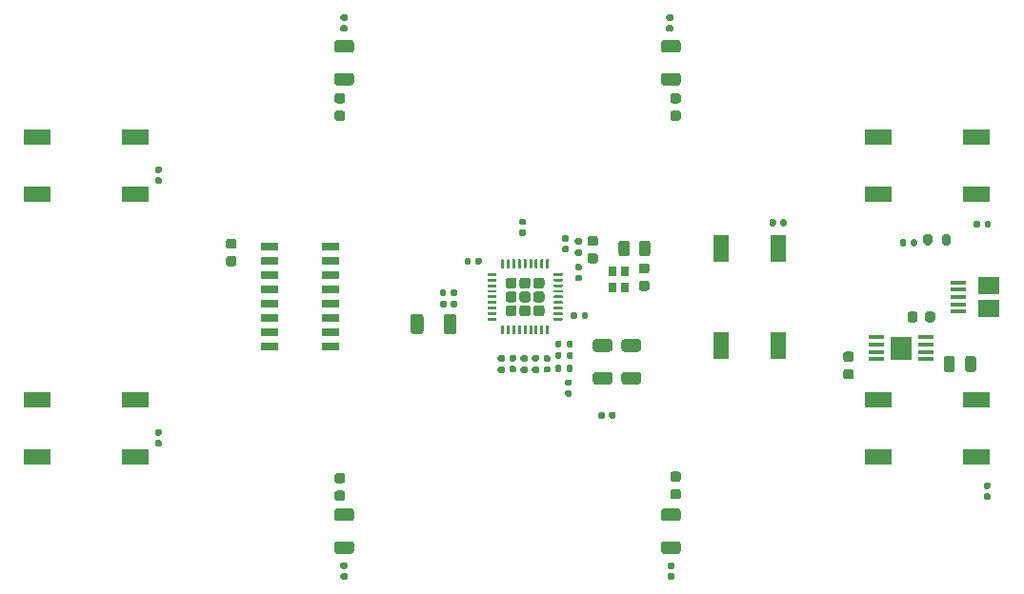
<source format=gbr>
G04 #@! TF.GenerationSoftware,KiCad,Pcbnew,(5.1.10)-1*
G04 #@! TF.CreationDate,2021-06-23T14:01:49+02:00*
G04 #@! TF.ProjectId,sh_control,73685f63-6f6e-4747-926f-6c2e6b696361,3.2*
G04 #@! TF.SameCoordinates,Original*
G04 #@! TF.FileFunction,Paste,Top*
G04 #@! TF.FilePolarity,Positive*
%FSLAX46Y46*%
G04 Gerber Fmt 4.6, Leading zero omitted, Abs format (unit mm)*
G04 Created by KiCad (PCBNEW (5.1.10)-1) date 2021-06-23 14:01:49*
%MOMM*%
%LPD*%
G01*
G04 APERTURE LIST*
%ADD10R,1.525000X0.650000*%
%ADD11R,2.350000X1.350000*%
%ADD12R,1.350000X2.350000*%
%ADD13R,0.800000X0.900000*%
%ADD14R,1.846000X2.150000*%
%ADD15R,1.400000X0.450000*%
%ADD16R,1.900000X1.500000*%
%ADD17R,1.350000X0.400000*%
G04 APERTURE END LIST*
G36*
G01*
X54746999Y-122058000D02*
X55997001Y-122058000D01*
G75*
G02*
X56247000Y-122307999I0J-249999D01*
G01*
X56247000Y-122933001D01*
G75*
G02*
X55997001Y-123183000I-249999J0D01*
G01*
X54746999Y-123183000D01*
G75*
G02*
X54497000Y-122933001I0J249999D01*
G01*
X54497000Y-122307999D01*
G75*
G02*
X54746999Y-122058000I249999J0D01*
G01*
G37*
G36*
G01*
X54746999Y-119133000D02*
X55997001Y-119133000D01*
G75*
G02*
X56247000Y-119382999I0J-249999D01*
G01*
X56247000Y-120008001D01*
G75*
G02*
X55997001Y-120258000I-249999J0D01*
G01*
X54746999Y-120258000D01*
G75*
G02*
X54497000Y-120008001I0J249999D01*
G01*
X54497000Y-119382999D01*
G75*
G02*
X54746999Y-119133000I249999J0D01*
G01*
G37*
G36*
G01*
X55997001Y-78602000D02*
X54746999Y-78602000D01*
G75*
G02*
X54497000Y-78352001I0J249999D01*
G01*
X54497000Y-77726999D01*
G75*
G02*
X54746999Y-77477000I249999J0D01*
G01*
X55997001Y-77477000D01*
G75*
G02*
X56247000Y-77726999I0J-249999D01*
G01*
X56247000Y-78352001D01*
G75*
G02*
X55997001Y-78602000I-249999J0D01*
G01*
G37*
G36*
G01*
X55997001Y-81527000D02*
X54746999Y-81527000D01*
G75*
G02*
X54497000Y-81277001I0J249999D01*
G01*
X54497000Y-80651999D01*
G75*
G02*
X54746999Y-80402000I249999J0D01*
G01*
X55997001Y-80402000D01*
G75*
G02*
X56247000Y-80651999I0J-249999D01*
G01*
X56247000Y-81277001D01*
G75*
G02*
X55997001Y-81527000I-249999J0D01*
G01*
G37*
G36*
G01*
X85047001Y-78602000D02*
X83796999Y-78602000D01*
G75*
G02*
X83547000Y-78352001I0J249999D01*
G01*
X83547000Y-77726999D01*
G75*
G02*
X83796999Y-77477000I249999J0D01*
G01*
X85047001Y-77477000D01*
G75*
G02*
X85297000Y-77726999I0J-249999D01*
G01*
X85297000Y-78352001D01*
G75*
G02*
X85047001Y-78602000I-249999J0D01*
G01*
G37*
G36*
G01*
X85047001Y-81527000D02*
X83796999Y-81527000D01*
G75*
G02*
X83547000Y-81277001I0J249999D01*
G01*
X83547000Y-80651999D01*
G75*
G02*
X83796999Y-80402000I249999J0D01*
G01*
X85047001Y-80402000D01*
G75*
G02*
X85297000Y-80651999I0J-249999D01*
G01*
X85297000Y-81277001D01*
G75*
G02*
X85047001Y-81527000I-249999J0D01*
G01*
G37*
G36*
G01*
X83796999Y-122058000D02*
X85047001Y-122058000D01*
G75*
G02*
X85297000Y-122307999I0J-249999D01*
G01*
X85297000Y-122933001D01*
G75*
G02*
X85047001Y-123183000I-249999J0D01*
G01*
X83796999Y-123183000D01*
G75*
G02*
X83547000Y-122933001I0J249999D01*
G01*
X83547000Y-122307999D01*
G75*
G02*
X83796999Y-122058000I249999J0D01*
G01*
G37*
G36*
G01*
X83796999Y-119133000D02*
X85047001Y-119133000D01*
G75*
G02*
X85297000Y-119382999I0J-249999D01*
G01*
X85297000Y-120008001D01*
G75*
G02*
X85047001Y-120258000I-249999J0D01*
G01*
X83796999Y-120258000D01*
G75*
G02*
X83547000Y-120008001I0J249999D01*
G01*
X83547000Y-119382999D01*
G75*
G02*
X83796999Y-119133000I249999J0D01*
G01*
G37*
G36*
G01*
X55544500Y-124524000D02*
X55199500Y-124524000D01*
G75*
G02*
X55052000Y-124376500I0J147500D01*
G01*
X55052000Y-124081500D01*
G75*
G02*
X55199500Y-123934000I147500J0D01*
G01*
X55544500Y-123934000D01*
G75*
G02*
X55692000Y-124081500I0J-147500D01*
G01*
X55692000Y-124376500D01*
G75*
G02*
X55544500Y-124524000I-147500J0D01*
G01*
G37*
G36*
G01*
X55544500Y-125494000D02*
X55199500Y-125494000D01*
G75*
G02*
X55052000Y-125346500I0J147500D01*
G01*
X55052000Y-125051500D01*
G75*
G02*
X55199500Y-124904000I147500J0D01*
G01*
X55544500Y-124904000D01*
G75*
G02*
X55692000Y-125051500I0J-147500D01*
G01*
X55692000Y-125346500D01*
G75*
G02*
X55544500Y-125494000I-147500J0D01*
G01*
G37*
G36*
G01*
X55199500Y-76159000D02*
X55544500Y-76159000D01*
G75*
G02*
X55692000Y-76306500I0J-147500D01*
G01*
X55692000Y-76601500D01*
G75*
G02*
X55544500Y-76749000I-147500J0D01*
G01*
X55199500Y-76749000D01*
G75*
G02*
X55052000Y-76601500I0J147500D01*
G01*
X55052000Y-76306500D01*
G75*
G02*
X55199500Y-76159000I147500J0D01*
G01*
G37*
G36*
G01*
X55199500Y-75189000D02*
X55544500Y-75189000D01*
G75*
G02*
X55692000Y-75336500I0J-147500D01*
G01*
X55692000Y-75631500D01*
G75*
G02*
X55544500Y-75779000I-147500J0D01*
G01*
X55199500Y-75779000D01*
G75*
G02*
X55052000Y-75631500I0J147500D01*
G01*
X55052000Y-75336500D01*
G75*
G02*
X55199500Y-75189000I147500J0D01*
G01*
G37*
G36*
G01*
X84155500Y-76159000D02*
X84500500Y-76159000D01*
G75*
G02*
X84648000Y-76306500I0J-147500D01*
G01*
X84648000Y-76601500D01*
G75*
G02*
X84500500Y-76749000I-147500J0D01*
G01*
X84155500Y-76749000D01*
G75*
G02*
X84008000Y-76601500I0J147500D01*
G01*
X84008000Y-76306500D01*
G75*
G02*
X84155500Y-76159000I147500J0D01*
G01*
G37*
G36*
G01*
X84155500Y-75189000D02*
X84500500Y-75189000D01*
G75*
G02*
X84648000Y-75336500I0J-147500D01*
G01*
X84648000Y-75631500D01*
G75*
G02*
X84500500Y-75779000I-147500J0D01*
G01*
X84155500Y-75779000D01*
G75*
G02*
X84008000Y-75631500I0J147500D01*
G01*
X84008000Y-75336500D01*
G75*
G02*
X84155500Y-75189000I147500J0D01*
G01*
G37*
G36*
G01*
X84594500Y-124524000D02*
X84249500Y-124524000D01*
G75*
G02*
X84102000Y-124376500I0J147500D01*
G01*
X84102000Y-124081500D01*
G75*
G02*
X84249500Y-123934000I147500J0D01*
G01*
X84594500Y-123934000D01*
G75*
G02*
X84742000Y-124081500I0J-147500D01*
G01*
X84742000Y-124376500D01*
G75*
G02*
X84594500Y-124524000I-147500J0D01*
G01*
G37*
G36*
G01*
X84594500Y-125494000D02*
X84249500Y-125494000D01*
G75*
G02*
X84102000Y-125346500I0J147500D01*
G01*
X84102000Y-125051500D01*
G75*
G02*
X84249500Y-124904000I147500J0D01*
G01*
X84594500Y-124904000D01*
G75*
G02*
X84742000Y-125051500I0J-147500D01*
G01*
X84742000Y-125346500D01*
G75*
G02*
X84594500Y-125494000I-147500J0D01*
G01*
G37*
G36*
G01*
X38692000Y-113075000D02*
X39032000Y-113075000D01*
G75*
G02*
X39172000Y-113215000I0J-140000D01*
G01*
X39172000Y-113495000D01*
G75*
G02*
X39032000Y-113635000I-140000J0D01*
G01*
X38692000Y-113635000D01*
G75*
G02*
X38552000Y-113495000I0J140000D01*
G01*
X38552000Y-113215000D01*
G75*
G02*
X38692000Y-113075000I140000J0D01*
G01*
G37*
G36*
G01*
X38692000Y-112115000D02*
X39032000Y-112115000D01*
G75*
G02*
X39172000Y-112255000I0J-140000D01*
G01*
X39172000Y-112535000D01*
G75*
G02*
X39032000Y-112675000I-140000J0D01*
G01*
X38692000Y-112675000D01*
G75*
G02*
X38552000Y-112535000I0J140000D01*
G01*
X38552000Y-112255000D01*
G75*
G02*
X38692000Y-112115000I140000J0D01*
G01*
G37*
G36*
G01*
X55241000Y-116909000D02*
X54741000Y-116909000D01*
G75*
G02*
X54516000Y-116684000I0J225000D01*
G01*
X54516000Y-116234000D01*
G75*
G02*
X54741000Y-116009000I225000J0D01*
G01*
X55241000Y-116009000D01*
G75*
G02*
X55466000Y-116234000I0J-225000D01*
G01*
X55466000Y-116684000D01*
G75*
G02*
X55241000Y-116909000I-225000J0D01*
G01*
G37*
G36*
G01*
X55241000Y-118459000D02*
X54741000Y-118459000D01*
G75*
G02*
X54516000Y-118234000I0J225000D01*
G01*
X54516000Y-117784000D01*
G75*
G02*
X54741000Y-117559000I225000J0D01*
G01*
X55241000Y-117559000D01*
G75*
G02*
X55466000Y-117784000I0J-225000D01*
G01*
X55466000Y-118234000D01*
G75*
G02*
X55241000Y-118459000I-225000J0D01*
G01*
G37*
G36*
G01*
X112313000Y-94023000D02*
X112313000Y-93683000D01*
G75*
G02*
X112453000Y-93543000I140000J0D01*
G01*
X112733000Y-93543000D01*
G75*
G02*
X112873000Y-93683000I0J-140000D01*
G01*
X112873000Y-94023000D01*
G75*
G02*
X112733000Y-94163000I-140000J0D01*
G01*
X112453000Y-94163000D01*
G75*
G02*
X112313000Y-94023000I0J140000D01*
G01*
G37*
G36*
G01*
X111353000Y-94023000D02*
X111353000Y-93683000D01*
G75*
G02*
X111493000Y-93543000I140000J0D01*
G01*
X111773000Y-93543000D01*
G75*
G02*
X111913000Y-93683000I0J-140000D01*
G01*
X111913000Y-94023000D01*
G75*
G02*
X111773000Y-94163000I-140000J0D01*
G01*
X111493000Y-94163000D01*
G75*
G02*
X111353000Y-94023000I0J140000D01*
G01*
G37*
G36*
G01*
X84586000Y-83764000D02*
X85086000Y-83764000D01*
G75*
G02*
X85311000Y-83989000I0J-225000D01*
G01*
X85311000Y-84439000D01*
G75*
G02*
X85086000Y-84664000I-225000J0D01*
G01*
X84586000Y-84664000D01*
G75*
G02*
X84361000Y-84439000I0J225000D01*
G01*
X84361000Y-83989000D01*
G75*
G02*
X84586000Y-83764000I225000J0D01*
G01*
G37*
G36*
G01*
X84586000Y-82214000D02*
X85086000Y-82214000D01*
G75*
G02*
X85311000Y-82439000I0J-225000D01*
G01*
X85311000Y-82889000D01*
G75*
G02*
X85086000Y-83114000I-225000J0D01*
G01*
X84586000Y-83114000D01*
G75*
G02*
X84361000Y-82889000I0J225000D01*
G01*
X84361000Y-82439000D01*
G75*
G02*
X84586000Y-82214000I225000J0D01*
G01*
G37*
G36*
G01*
X38692000Y-89707000D02*
X39032000Y-89707000D01*
G75*
G02*
X39172000Y-89847000I0J-140000D01*
G01*
X39172000Y-90127000D01*
G75*
G02*
X39032000Y-90267000I-140000J0D01*
G01*
X38692000Y-90267000D01*
G75*
G02*
X38552000Y-90127000I0J140000D01*
G01*
X38552000Y-89847000D01*
G75*
G02*
X38692000Y-89707000I140000J0D01*
G01*
G37*
G36*
G01*
X38692000Y-88747000D02*
X39032000Y-88747000D01*
G75*
G02*
X39172000Y-88887000I0J-140000D01*
G01*
X39172000Y-89167000D01*
G75*
G02*
X39032000Y-89307000I-140000J0D01*
G01*
X38692000Y-89307000D01*
G75*
G02*
X38552000Y-89167000I0J140000D01*
G01*
X38552000Y-88887000D01*
G75*
G02*
X38692000Y-88747000I140000J0D01*
G01*
G37*
G36*
G01*
X54741000Y-83764000D02*
X55241000Y-83764000D01*
G75*
G02*
X55466000Y-83989000I0J-225000D01*
G01*
X55466000Y-84439000D01*
G75*
G02*
X55241000Y-84664000I-225000J0D01*
G01*
X54741000Y-84664000D01*
G75*
G02*
X54516000Y-84439000I0J225000D01*
G01*
X54516000Y-83989000D01*
G75*
G02*
X54741000Y-83764000I225000J0D01*
G01*
G37*
G36*
G01*
X54741000Y-82214000D02*
X55241000Y-82214000D01*
G75*
G02*
X55466000Y-82439000I0J-225000D01*
G01*
X55466000Y-82889000D01*
G75*
G02*
X55241000Y-83114000I-225000J0D01*
G01*
X54741000Y-83114000D01*
G75*
G02*
X54516000Y-82889000I0J225000D01*
G01*
X54516000Y-82439000D01*
G75*
G02*
X54741000Y-82214000I225000J0D01*
G01*
G37*
G36*
G01*
X85086000Y-116769000D02*
X84586000Y-116769000D01*
G75*
G02*
X84361000Y-116544000I0J225000D01*
G01*
X84361000Y-116094000D01*
G75*
G02*
X84586000Y-115869000I225000J0D01*
G01*
X85086000Y-115869000D01*
G75*
G02*
X85311000Y-116094000I0J-225000D01*
G01*
X85311000Y-116544000D01*
G75*
G02*
X85086000Y-116769000I-225000J0D01*
G01*
G37*
G36*
G01*
X85086000Y-118319000D02*
X84586000Y-118319000D01*
G75*
G02*
X84361000Y-118094000I0J225000D01*
G01*
X84361000Y-117644000D01*
G75*
G02*
X84586000Y-117419000I225000J0D01*
G01*
X85086000Y-117419000D01*
G75*
G02*
X85311000Y-117644000I0J-225000D01*
G01*
X85311000Y-118094000D01*
G75*
G02*
X85086000Y-118319000I-225000J0D01*
G01*
G37*
G36*
G01*
X112692000Y-117402000D02*
X112352000Y-117402000D01*
G75*
G02*
X112212000Y-117262000I0J140000D01*
G01*
X112212000Y-116982000D01*
G75*
G02*
X112352000Y-116842000I140000J0D01*
G01*
X112692000Y-116842000D01*
G75*
G02*
X112832000Y-116982000I0J-140000D01*
G01*
X112832000Y-117262000D01*
G75*
G02*
X112692000Y-117402000I-140000J0D01*
G01*
G37*
G36*
G01*
X112692000Y-118362000D02*
X112352000Y-118362000D01*
G75*
G02*
X112212000Y-118222000I0J140000D01*
G01*
X112212000Y-117942000D01*
G75*
G02*
X112352000Y-117802000I140000J0D01*
G01*
X112692000Y-117802000D01*
G75*
G02*
X112832000Y-117942000I0J-140000D01*
G01*
X112832000Y-118222000D01*
G75*
G02*
X112692000Y-118362000I-140000J0D01*
G01*
G37*
D10*
X54162000Y-95885000D03*
X54162000Y-97155000D03*
X54162000Y-98425000D03*
X54162000Y-99695000D03*
X54162000Y-100965000D03*
X54162000Y-102235000D03*
X54162000Y-103505000D03*
X54162000Y-104775000D03*
X48738000Y-104775000D03*
X48738000Y-103505000D03*
X48738000Y-102235000D03*
X48738000Y-100965000D03*
X48738000Y-99695000D03*
X48738000Y-98425000D03*
X48738000Y-97155000D03*
X48738000Y-95885000D03*
D11*
X36830000Y-109450000D03*
X36830000Y-114550000D03*
X28130000Y-114550000D03*
X28130000Y-109450000D03*
X36830000Y-86110000D03*
X36830000Y-91210000D03*
X28130000Y-91210000D03*
X28130000Y-86110000D03*
X111570000Y-86110000D03*
X111570000Y-91210000D03*
X102870000Y-91210000D03*
X102870000Y-86110000D03*
X111570000Y-109450000D03*
X111570000Y-114550000D03*
X102870000Y-114550000D03*
X102870000Y-109450000D03*
G36*
G01*
X108502000Y-95525000D02*
X108502000Y-94975000D01*
G75*
G02*
X108702000Y-94775000I200000J0D01*
G01*
X109102000Y-94775000D01*
G75*
G02*
X109302000Y-94975000I0J-200000D01*
G01*
X109302000Y-95525000D01*
G75*
G02*
X109102000Y-95725000I-200000J0D01*
G01*
X108702000Y-95725000D01*
G75*
G02*
X108502000Y-95525000I0J200000D01*
G01*
G37*
G36*
G01*
X106852000Y-95525000D02*
X106852000Y-94975000D01*
G75*
G02*
X107052000Y-94775000I200000J0D01*
G01*
X107452000Y-94775000D01*
G75*
G02*
X107652000Y-94975000I0J-200000D01*
G01*
X107652000Y-95525000D01*
G75*
G02*
X107452000Y-95725000I-200000J0D01*
G01*
X107052000Y-95725000D01*
G75*
G02*
X106852000Y-95525000I0J200000D01*
G01*
G37*
D12*
X88900000Y-95980000D03*
X94000000Y-95980000D03*
X94000000Y-104680000D03*
X88900000Y-104680000D03*
G36*
G01*
X71189000Y-106541000D02*
X71559000Y-106541000D01*
G75*
G02*
X71694000Y-106676000I0J-135000D01*
G01*
X71694000Y-106946000D01*
G75*
G02*
X71559000Y-107081000I-135000J0D01*
G01*
X71189000Y-107081000D01*
G75*
G02*
X71054000Y-106946000I0J135000D01*
G01*
X71054000Y-106676000D01*
G75*
G02*
X71189000Y-106541000I135000J0D01*
G01*
G37*
G36*
G01*
X71189000Y-105521000D02*
X71559000Y-105521000D01*
G75*
G02*
X71694000Y-105656000I0J-135000D01*
G01*
X71694000Y-105926000D01*
G75*
G02*
X71559000Y-106061000I-135000J0D01*
G01*
X71189000Y-106061000D01*
G75*
G02*
X71054000Y-105926000I0J135000D01*
G01*
X71054000Y-105656000D01*
G75*
G02*
X71189000Y-105521000I135000J0D01*
G01*
G37*
G36*
G01*
X69157000Y-106541000D02*
X69527000Y-106541000D01*
G75*
G02*
X69662000Y-106676000I0J-135000D01*
G01*
X69662000Y-106946000D01*
G75*
G02*
X69527000Y-107081000I-135000J0D01*
G01*
X69157000Y-107081000D01*
G75*
G02*
X69022000Y-106946000I0J135000D01*
G01*
X69022000Y-106676000D01*
G75*
G02*
X69157000Y-106541000I135000J0D01*
G01*
G37*
G36*
G01*
X69157000Y-105521000D02*
X69527000Y-105521000D01*
G75*
G02*
X69662000Y-105656000I0J-135000D01*
G01*
X69662000Y-105926000D01*
G75*
G02*
X69527000Y-106061000I-135000J0D01*
G01*
X69157000Y-106061000D01*
G75*
G02*
X69022000Y-105926000I0J135000D01*
G01*
X69022000Y-105656000D01*
G75*
G02*
X69157000Y-105521000I135000J0D01*
G01*
G37*
G36*
G01*
X72205000Y-106537000D02*
X72575000Y-106537000D01*
G75*
G02*
X72710000Y-106672000I0J-135000D01*
G01*
X72710000Y-106942000D01*
G75*
G02*
X72575000Y-107077000I-135000J0D01*
G01*
X72205000Y-107077000D01*
G75*
G02*
X72070000Y-106942000I0J135000D01*
G01*
X72070000Y-106672000D01*
G75*
G02*
X72205000Y-106537000I135000J0D01*
G01*
G37*
G36*
G01*
X72205000Y-105517000D02*
X72575000Y-105517000D01*
G75*
G02*
X72710000Y-105652000I0J-135000D01*
G01*
X72710000Y-105922000D01*
G75*
G02*
X72575000Y-106057000I-135000J0D01*
G01*
X72205000Y-106057000D01*
G75*
G02*
X72070000Y-105922000I0J135000D01*
G01*
X72070000Y-105652000D01*
G75*
G02*
X72205000Y-105517000I135000J0D01*
G01*
G37*
G36*
G01*
X64443000Y-99779000D02*
X64443000Y-100119000D01*
G75*
G02*
X64303000Y-100259000I-140000J0D01*
G01*
X64023000Y-100259000D01*
G75*
G02*
X63883000Y-100119000I0J140000D01*
G01*
X63883000Y-99779000D01*
G75*
G02*
X64023000Y-99639000I140000J0D01*
G01*
X64303000Y-99639000D01*
G75*
G02*
X64443000Y-99779000I0J-140000D01*
G01*
G37*
G36*
G01*
X65403000Y-99779000D02*
X65403000Y-100119000D01*
G75*
G02*
X65263000Y-100259000I-140000J0D01*
G01*
X64983000Y-100259000D01*
G75*
G02*
X64843000Y-100119000I0J140000D01*
G01*
X64843000Y-99779000D01*
G75*
G02*
X64983000Y-99639000I140000J0D01*
G01*
X65263000Y-99639000D01*
G75*
G02*
X65403000Y-99779000I0J-140000D01*
G01*
G37*
G36*
G01*
X94152000Y-93896000D02*
X94152000Y-93556000D01*
G75*
G02*
X94292000Y-93416000I140000J0D01*
G01*
X94572000Y-93416000D01*
G75*
G02*
X94712000Y-93556000I0J-140000D01*
G01*
X94712000Y-93896000D01*
G75*
G02*
X94572000Y-94036000I-140000J0D01*
G01*
X94292000Y-94036000D01*
G75*
G02*
X94152000Y-93896000I0J140000D01*
G01*
G37*
G36*
G01*
X93192000Y-93896000D02*
X93192000Y-93556000D01*
G75*
G02*
X93332000Y-93416000I140000J0D01*
G01*
X93612000Y-93416000D01*
G75*
G02*
X93752000Y-93556000I0J-140000D01*
G01*
X93752000Y-93896000D01*
G75*
G02*
X93612000Y-94036000I-140000J0D01*
G01*
X93332000Y-94036000D01*
G75*
G02*
X93192000Y-93896000I0J140000D01*
G01*
G37*
G36*
G01*
X45589000Y-96055000D02*
X45089000Y-96055000D01*
G75*
G02*
X44864000Y-95830000I0J225000D01*
G01*
X44864000Y-95380000D01*
G75*
G02*
X45089000Y-95155000I225000J0D01*
G01*
X45589000Y-95155000D01*
G75*
G02*
X45814000Y-95380000I0J-225000D01*
G01*
X45814000Y-95830000D01*
G75*
G02*
X45589000Y-96055000I-225000J0D01*
G01*
G37*
G36*
G01*
X45589000Y-97605000D02*
X45089000Y-97605000D01*
G75*
G02*
X44864000Y-97380000I0J225000D01*
G01*
X44864000Y-96930000D01*
G75*
G02*
X45089000Y-96705000I225000J0D01*
G01*
X45589000Y-96705000D01*
G75*
G02*
X45814000Y-96930000I0J-225000D01*
G01*
X45814000Y-97380000D01*
G75*
G02*
X45589000Y-97605000I-225000J0D01*
G01*
G37*
G36*
G01*
X106355000Y-101858000D02*
X106355000Y-102358000D01*
G75*
G02*
X106130000Y-102583000I-225000J0D01*
G01*
X105680000Y-102583000D01*
G75*
G02*
X105455000Y-102358000I0J225000D01*
G01*
X105455000Y-101858000D01*
G75*
G02*
X105680000Y-101633000I225000J0D01*
G01*
X106130000Y-101633000D01*
G75*
G02*
X106355000Y-101858000I0J-225000D01*
G01*
G37*
G36*
G01*
X107905000Y-101858000D02*
X107905000Y-102358000D01*
G75*
G02*
X107680000Y-102583000I-225000J0D01*
G01*
X107230000Y-102583000D01*
G75*
G02*
X107005000Y-102358000I0J225000D01*
G01*
X107005000Y-101858000D01*
G75*
G02*
X107230000Y-101633000I225000J0D01*
G01*
X107680000Y-101633000D01*
G75*
G02*
X107905000Y-101858000I0J-225000D01*
G01*
G37*
G36*
G01*
X105737000Y-95674000D02*
X105737000Y-95334000D01*
G75*
G02*
X105877000Y-95194000I140000J0D01*
G01*
X106157000Y-95194000D01*
G75*
G02*
X106297000Y-95334000I0J-140000D01*
G01*
X106297000Y-95674000D01*
G75*
G02*
X106157000Y-95814000I-140000J0D01*
G01*
X105877000Y-95814000D01*
G75*
G02*
X105737000Y-95674000I0J140000D01*
G01*
G37*
G36*
G01*
X104777000Y-95674000D02*
X104777000Y-95334000D01*
G75*
G02*
X104917000Y-95194000I140000J0D01*
G01*
X105197000Y-95194000D01*
G75*
G02*
X105337000Y-95334000I0J-140000D01*
G01*
X105337000Y-95674000D01*
G75*
G02*
X105197000Y-95814000I-140000J0D01*
G01*
X104917000Y-95814000D01*
G75*
G02*
X104777000Y-95674000I0J140000D01*
G01*
G37*
D13*
X80348000Y-98064000D03*
X80348000Y-99464000D03*
X79248000Y-99464000D03*
X79248000Y-98064000D03*
G36*
G01*
X76385000Y-95645000D02*
X76015000Y-95645000D01*
G75*
G02*
X75880000Y-95510000I0J135000D01*
G01*
X75880000Y-95240000D01*
G75*
G02*
X76015000Y-95105000I135000J0D01*
G01*
X76385000Y-95105000D01*
G75*
G02*
X76520000Y-95240000I0J-135000D01*
G01*
X76520000Y-95510000D01*
G75*
G02*
X76385000Y-95645000I-135000J0D01*
G01*
G37*
G36*
G01*
X76385000Y-96665000D02*
X76015000Y-96665000D01*
G75*
G02*
X75880000Y-96530000I0J135000D01*
G01*
X75880000Y-96260000D01*
G75*
G02*
X76015000Y-96125000I135000J0D01*
G01*
X76385000Y-96125000D01*
G75*
G02*
X76520000Y-96260000I0J-135000D01*
G01*
X76520000Y-96530000D01*
G75*
G02*
X76385000Y-96665000I-135000J0D01*
G01*
G37*
G36*
G01*
X75168000Y-104706000D02*
X75168000Y-104336000D01*
G75*
G02*
X75303000Y-104201000I135000J0D01*
G01*
X75573000Y-104201000D01*
G75*
G02*
X75708000Y-104336000I0J-135000D01*
G01*
X75708000Y-104706000D01*
G75*
G02*
X75573000Y-104841000I-135000J0D01*
G01*
X75303000Y-104841000D01*
G75*
G02*
X75168000Y-104706000I0J135000D01*
G01*
G37*
G36*
G01*
X74148000Y-104706000D02*
X74148000Y-104336000D01*
G75*
G02*
X74283000Y-104201000I135000J0D01*
G01*
X74553000Y-104201000D01*
G75*
G02*
X74688000Y-104336000I0J-135000D01*
G01*
X74688000Y-104706000D01*
G75*
G02*
X74553000Y-104841000I-135000J0D01*
G01*
X74283000Y-104841000D01*
G75*
G02*
X74148000Y-104706000I0J135000D01*
G01*
G37*
G36*
G01*
X81524001Y-105206500D02*
X80273999Y-105206500D01*
G75*
G02*
X80024000Y-104956501I0J249999D01*
G01*
X80024000Y-104331499D01*
G75*
G02*
X80273999Y-104081500I249999J0D01*
G01*
X81524001Y-104081500D01*
G75*
G02*
X81774000Y-104331499I0J-249999D01*
G01*
X81774000Y-104956501D01*
G75*
G02*
X81524001Y-105206500I-249999J0D01*
G01*
G37*
G36*
G01*
X81524001Y-108131500D02*
X80273999Y-108131500D01*
G75*
G02*
X80024000Y-107881501I0J249999D01*
G01*
X80024000Y-107256499D01*
G75*
G02*
X80273999Y-107006500I249999J0D01*
G01*
X81524001Y-107006500D01*
G75*
G02*
X81774000Y-107256499I0J-249999D01*
G01*
X81774000Y-107881501D01*
G75*
G02*
X81524001Y-108131500I-249999J0D01*
G01*
G37*
G36*
G01*
X75168000Y-105722000D02*
X75168000Y-105352000D01*
G75*
G02*
X75303000Y-105217000I135000J0D01*
G01*
X75573000Y-105217000D01*
G75*
G02*
X75708000Y-105352000I0J-135000D01*
G01*
X75708000Y-105722000D01*
G75*
G02*
X75573000Y-105857000I-135000J0D01*
G01*
X75303000Y-105857000D01*
G75*
G02*
X75168000Y-105722000I0J135000D01*
G01*
G37*
G36*
G01*
X74148000Y-105722000D02*
X74148000Y-105352000D01*
G75*
G02*
X74283000Y-105217000I135000J0D01*
G01*
X74553000Y-105217000D01*
G75*
G02*
X74688000Y-105352000I0J-135000D01*
G01*
X74688000Y-105722000D01*
G75*
G02*
X74553000Y-105857000I-135000J0D01*
G01*
X74283000Y-105857000D01*
G75*
G02*
X74148000Y-105722000I0J135000D01*
G01*
G37*
G36*
G01*
X80776500Y-95561999D02*
X80776500Y-96462001D01*
G75*
G02*
X80526501Y-96712000I-249999J0D01*
G01*
X80001499Y-96712000D01*
G75*
G02*
X79751500Y-96462001I0J249999D01*
G01*
X79751500Y-95561999D01*
G75*
G02*
X80001499Y-95312000I249999J0D01*
G01*
X80526501Y-95312000D01*
G75*
G02*
X80776500Y-95561999I0J-249999D01*
G01*
G37*
G36*
G01*
X82601500Y-95561999D02*
X82601500Y-96462001D01*
G75*
G02*
X82351501Y-96712000I-249999J0D01*
G01*
X81826499Y-96712000D01*
G75*
G02*
X81576500Y-96462001I0J249999D01*
G01*
X81576500Y-95561999D01*
G75*
G02*
X81826499Y-95312000I249999J0D01*
G01*
X82351501Y-95312000D01*
G75*
G02*
X82601500Y-95561999I0J-249999D01*
G01*
G37*
G36*
G01*
X77733999Y-107006500D02*
X78984001Y-107006500D01*
G75*
G02*
X79234000Y-107256499I0J-249999D01*
G01*
X79234000Y-107881501D01*
G75*
G02*
X78984001Y-108131500I-249999J0D01*
G01*
X77733999Y-108131500D01*
G75*
G02*
X77484000Y-107881501I0J249999D01*
G01*
X77484000Y-107256499D01*
G75*
G02*
X77733999Y-107006500I249999J0D01*
G01*
G37*
G36*
G01*
X77733999Y-104081500D02*
X78984001Y-104081500D01*
G75*
G02*
X79234000Y-104331499I0J-249999D01*
G01*
X79234000Y-104956501D01*
G75*
G02*
X78984001Y-105206500I-249999J0D01*
G01*
X77733999Y-105206500D01*
G75*
G02*
X77484000Y-104956501I0J249999D01*
G01*
X77484000Y-104331499D01*
G75*
G02*
X77733999Y-104081500I249999J0D01*
G01*
G37*
G36*
G01*
X75168000Y-106865000D02*
X75168000Y-106495000D01*
G75*
G02*
X75303000Y-106360000I135000J0D01*
G01*
X75573000Y-106360000D01*
G75*
G02*
X75708000Y-106495000I0J-135000D01*
G01*
X75708000Y-106865000D01*
G75*
G02*
X75573000Y-107000000I-135000J0D01*
G01*
X75303000Y-107000000D01*
G75*
G02*
X75168000Y-106865000I0J135000D01*
G01*
G37*
G36*
G01*
X74148000Y-106865000D02*
X74148000Y-106495000D01*
G75*
G02*
X74283000Y-106360000I135000J0D01*
G01*
X74553000Y-106360000D01*
G75*
G02*
X74688000Y-106495000I0J-135000D01*
G01*
X74688000Y-106865000D01*
G75*
G02*
X74553000Y-107000000I-135000J0D01*
G01*
X74283000Y-107000000D01*
G75*
G02*
X74148000Y-106865000I0J135000D01*
G01*
G37*
G36*
G01*
X78550000Y-110698500D02*
X78550000Y-111043500D01*
G75*
G02*
X78402500Y-111191000I-147500J0D01*
G01*
X78107500Y-111191000D01*
G75*
G02*
X77960000Y-111043500I0J147500D01*
G01*
X77960000Y-110698500D01*
G75*
G02*
X78107500Y-110551000I147500J0D01*
G01*
X78402500Y-110551000D01*
G75*
G02*
X78550000Y-110698500I0J-147500D01*
G01*
G37*
G36*
G01*
X79520000Y-110698500D02*
X79520000Y-111043500D01*
G75*
G02*
X79372500Y-111191000I-147500J0D01*
G01*
X79077500Y-111191000D01*
G75*
G02*
X78930000Y-111043500I0J147500D01*
G01*
X78930000Y-110698500D01*
G75*
G02*
X79077500Y-110551000I147500J0D01*
G01*
X79372500Y-110551000D01*
G75*
G02*
X79520000Y-110698500I0J-147500D01*
G01*
G37*
G36*
G01*
X76370000Y-97971000D02*
X76030000Y-97971000D01*
G75*
G02*
X75890000Y-97831000I0J140000D01*
G01*
X75890000Y-97551000D01*
G75*
G02*
X76030000Y-97411000I140000J0D01*
G01*
X76370000Y-97411000D01*
G75*
G02*
X76510000Y-97551000I0J-140000D01*
G01*
X76510000Y-97831000D01*
G75*
G02*
X76370000Y-97971000I-140000J0D01*
G01*
G37*
G36*
G01*
X76370000Y-98931000D02*
X76030000Y-98931000D01*
G75*
G02*
X75890000Y-98791000I0J140000D01*
G01*
X75890000Y-98511000D01*
G75*
G02*
X76030000Y-98371000I140000J0D01*
G01*
X76370000Y-98371000D01*
G75*
G02*
X76510000Y-98511000I0J-140000D01*
G01*
X76510000Y-98791000D01*
G75*
G02*
X76370000Y-98931000I-140000J0D01*
G01*
G37*
G36*
G01*
X75141000Y-108630000D02*
X75481000Y-108630000D01*
G75*
G02*
X75621000Y-108770000I0J-140000D01*
G01*
X75621000Y-109050000D01*
G75*
G02*
X75481000Y-109190000I-140000J0D01*
G01*
X75141000Y-109190000D01*
G75*
G02*
X75001000Y-109050000I0J140000D01*
G01*
X75001000Y-108770000D01*
G75*
G02*
X75141000Y-108630000I140000J0D01*
G01*
G37*
G36*
G01*
X75141000Y-107670000D02*
X75481000Y-107670000D01*
G75*
G02*
X75621000Y-107810000I0J-140000D01*
G01*
X75621000Y-108090000D01*
G75*
G02*
X75481000Y-108230000I-140000J0D01*
G01*
X75141000Y-108230000D01*
G75*
G02*
X75001000Y-108090000I0J140000D01*
G01*
X75001000Y-107810000D01*
G75*
G02*
X75141000Y-107670000I140000J0D01*
G01*
G37*
G36*
G01*
X73236000Y-106499000D02*
X73576000Y-106499000D01*
G75*
G02*
X73716000Y-106639000I0J-140000D01*
G01*
X73716000Y-106919000D01*
G75*
G02*
X73576000Y-107059000I-140000J0D01*
G01*
X73236000Y-107059000D01*
G75*
G02*
X73096000Y-106919000I0J140000D01*
G01*
X73096000Y-106639000D01*
G75*
G02*
X73236000Y-106499000I140000J0D01*
G01*
G37*
G36*
G01*
X73236000Y-105539000D02*
X73576000Y-105539000D01*
G75*
G02*
X73716000Y-105679000I0J-140000D01*
G01*
X73716000Y-105959000D01*
G75*
G02*
X73576000Y-106099000I-140000J0D01*
G01*
X73236000Y-106099000D01*
G75*
G02*
X73096000Y-105959000I0J140000D01*
G01*
X73096000Y-105679000D01*
G75*
G02*
X73236000Y-105539000I140000J0D01*
G01*
G37*
G36*
G01*
X82292000Y-98240000D02*
X81792000Y-98240000D01*
G75*
G02*
X81567000Y-98015000I0J225000D01*
G01*
X81567000Y-97565000D01*
G75*
G02*
X81792000Y-97340000I225000J0D01*
G01*
X82292000Y-97340000D01*
G75*
G02*
X82517000Y-97565000I0J-225000D01*
G01*
X82517000Y-98015000D01*
G75*
G02*
X82292000Y-98240000I-225000J0D01*
G01*
G37*
G36*
G01*
X82292000Y-99790000D02*
X81792000Y-99790000D01*
G75*
G02*
X81567000Y-99565000I0J225000D01*
G01*
X81567000Y-99115000D01*
G75*
G02*
X81792000Y-98890000I225000J0D01*
G01*
X82292000Y-98890000D01*
G75*
G02*
X82517000Y-99115000I0J-225000D01*
G01*
X82517000Y-99565000D01*
G75*
G02*
X82292000Y-99790000I-225000J0D01*
G01*
G37*
G36*
G01*
X77720000Y-95801000D02*
X77220000Y-95801000D01*
G75*
G02*
X76995000Y-95576000I0J225000D01*
G01*
X76995000Y-95126000D01*
G75*
G02*
X77220000Y-94901000I225000J0D01*
G01*
X77720000Y-94901000D01*
G75*
G02*
X77945000Y-95126000I0J-225000D01*
G01*
X77945000Y-95576000D01*
G75*
G02*
X77720000Y-95801000I-225000J0D01*
G01*
G37*
G36*
G01*
X77720000Y-97351000D02*
X77220000Y-97351000D01*
G75*
G02*
X76995000Y-97126000I0J225000D01*
G01*
X76995000Y-96676000D01*
G75*
G02*
X77220000Y-96451000I225000J0D01*
G01*
X77720000Y-96451000D01*
G75*
G02*
X77945000Y-96676000I0J-225000D01*
G01*
X77945000Y-97126000D01*
G75*
G02*
X77720000Y-97351000I-225000J0D01*
G01*
G37*
G36*
G01*
X62424000Y-102092999D02*
X62424000Y-103393001D01*
G75*
G02*
X62174001Y-103643000I-249999J0D01*
G01*
X61523999Y-103643000D01*
G75*
G02*
X61274000Y-103393001I0J249999D01*
G01*
X61274000Y-102092999D01*
G75*
G02*
X61523999Y-101843000I249999J0D01*
G01*
X62174001Y-101843000D01*
G75*
G02*
X62424000Y-102092999I0J-249999D01*
G01*
G37*
G36*
G01*
X65374000Y-102092999D02*
X65374000Y-103393001D01*
G75*
G02*
X65124001Y-103643000I-249999J0D01*
G01*
X64473999Y-103643000D01*
G75*
G02*
X64224000Y-103393001I0J249999D01*
G01*
X64224000Y-102092999D01*
G75*
G02*
X64473999Y-101843000I249999J0D01*
G01*
X65124001Y-101843000D01*
G75*
G02*
X65374000Y-102092999I0J-249999D01*
G01*
G37*
G36*
G01*
X64471000Y-100795000D02*
X64471000Y-101135000D01*
G75*
G02*
X64331000Y-101275000I-140000J0D01*
G01*
X64051000Y-101275000D01*
G75*
G02*
X63911000Y-101135000I0J140000D01*
G01*
X63911000Y-100795000D01*
G75*
G02*
X64051000Y-100655000I140000J0D01*
G01*
X64331000Y-100655000D01*
G75*
G02*
X64471000Y-100795000I0J-140000D01*
G01*
G37*
G36*
G01*
X65431000Y-100795000D02*
X65431000Y-101135000D01*
G75*
G02*
X65291000Y-101275000I-140000J0D01*
G01*
X65011000Y-101275000D01*
G75*
G02*
X64871000Y-101135000I0J140000D01*
G01*
X64871000Y-100795000D01*
G75*
G02*
X65011000Y-100655000I140000J0D01*
G01*
X65291000Y-100655000D01*
G75*
G02*
X65431000Y-100795000I0J-140000D01*
G01*
G37*
G36*
G01*
X70528000Y-106071000D02*
X70188000Y-106071000D01*
G75*
G02*
X70048000Y-105931000I0J140000D01*
G01*
X70048000Y-105651000D01*
G75*
G02*
X70188000Y-105511000I140000J0D01*
G01*
X70528000Y-105511000D01*
G75*
G02*
X70668000Y-105651000I0J-140000D01*
G01*
X70668000Y-105931000D01*
G75*
G02*
X70528000Y-106071000I-140000J0D01*
G01*
G37*
G36*
G01*
X70528000Y-107031000D02*
X70188000Y-107031000D01*
G75*
G02*
X70048000Y-106891000I0J140000D01*
G01*
X70048000Y-106611000D01*
G75*
G02*
X70188000Y-106471000I140000J0D01*
G01*
X70528000Y-106471000D01*
G75*
G02*
X70668000Y-106611000I0J-140000D01*
G01*
X70668000Y-106891000D01*
G75*
G02*
X70528000Y-107031000I-140000J0D01*
G01*
G37*
G36*
G01*
X75227000Y-95403000D02*
X74887000Y-95403000D01*
G75*
G02*
X74747000Y-95263000I0J140000D01*
G01*
X74747000Y-94983000D01*
G75*
G02*
X74887000Y-94843000I140000J0D01*
G01*
X75227000Y-94843000D01*
G75*
G02*
X75367000Y-94983000I0J-140000D01*
G01*
X75367000Y-95263000D01*
G75*
G02*
X75227000Y-95403000I-140000J0D01*
G01*
G37*
G36*
G01*
X75227000Y-96363000D02*
X74887000Y-96363000D01*
G75*
G02*
X74747000Y-96223000I0J140000D01*
G01*
X74747000Y-95943000D01*
G75*
G02*
X74887000Y-95803000I140000J0D01*
G01*
X75227000Y-95803000D01*
G75*
G02*
X75367000Y-95943000I0J-140000D01*
G01*
X75367000Y-96223000D01*
G75*
G02*
X75227000Y-96363000I-140000J0D01*
G01*
G37*
G36*
G01*
X66630000Y-96985000D02*
X66630000Y-97325000D01*
G75*
G02*
X66490000Y-97465000I-140000J0D01*
G01*
X66210000Y-97465000D01*
G75*
G02*
X66070000Y-97325000I0J140000D01*
G01*
X66070000Y-96985000D01*
G75*
G02*
X66210000Y-96845000I140000J0D01*
G01*
X66490000Y-96845000D01*
G75*
G02*
X66630000Y-96985000I0J-140000D01*
G01*
G37*
G36*
G01*
X67590000Y-96985000D02*
X67590000Y-97325000D01*
G75*
G02*
X67450000Y-97465000I-140000J0D01*
G01*
X67170000Y-97465000D01*
G75*
G02*
X67030000Y-97325000I0J140000D01*
G01*
X67030000Y-96985000D01*
G75*
G02*
X67170000Y-96845000I140000J0D01*
G01*
X67450000Y-96845000D01*
G75*
G02*
X67590000Y-96985000I0J-140000D01*
G01*
G37*
G36*
G01*
X76499000Y-102151000D02*
X76499000Y-101811000D01*
G75*
G02*
X76639000Y-101671000I140000J0D01*
G01*
X76919000Y-101671000D01*
G75*
G02*
X77059000Y-101811000I0J-140000D01*
G01*
X77059000Y-102151000D01*
G75*
G02*
X76919000Y-102291000I-140000J0D01*
G01*
X76639000Y-102291000D01*
G75*
G02*
X76499000Y-102151000I0J140000D01*
G01*
G37*
G36*
G01*
X75539000Y-102151000D02*
X75539000Y-101811000D01*
G75*
G02*
X75679000Y-101671000I140000J0D01*
G01*
X75959000Y-101671000D01*
G75*
G02*
X76099000Y-101811000I0J-140000D01*
G01*
X76099000Y-102151000D01*
G75*
G02*
X75959000Y-102291000I-140000J0D01*
G01*
X75679000Y-102291000D01*
G75*
G02*
X75539000Y-102151000I0J140000D01*
G01*
G37*
G36*
G01*
X71417000Y-93935000D02*
X71077000Y-93935000D01*
G75*
G02*
X70937000Y-93795000I0J140000D01*
G01*
X70937000Y-93515000D01*
G75*
G02*
X71077000Y-93375000I140000J0D01*
G01*
X71417000Y-93375000D01*
G75*
G02*
X71557000Y-93515000I0J-140000D01*
G01*
X71557000Y-93795000D01*
G75*
G02*
X71417000Y-93935000I-140000J0D01*
G01*
G37*
G36*
G01*
X71417000Y-94895000D02*
X71077000Y-94895000D01*
G75*
G02*
X70937000Y-94755000I0J140000D01*
G01*
X70937000Y-94475000D01*
G75*
G02*
X71077000Y-94335000I140000J0D01*
G01*
X71417000Y-94335000D01*
G75*
G02*
X71557000Y-94475000I0J-140000D01*
G01*
X71557000Y-94755000D01*
G75*
G02*
X71417000Y-94895000I-140000J0D01*
G01*
G37*
G36*
G01*
X99953000Y-106751000D02*
X100453000Y-106751000D01*
G75*
G02*
X100678000Y-106976000I0J-225000D01*
G01*
X100678000Y-107426000D01*
G75*
G02*
X100453000Y-107651000I-225000J0D01*
G01*
X99953000Y-107651000D01*
G75*
G02*
X99728000Y-107426000I0J225000D01*
G01*
X99728000Y-106976000D01*
G75*
G02*
X99953000Y-106751000I225000J0D01*
G01*
G37*
G36*
G01*
X99953000Y-105201000D02*
X100453000Y-105201000D01*
G75*
G02*
X100678000Y-105426000I0J-225000D01*
G01*
X100678000Y-105876000D01*
G75*
G02*
X100453000Y-106101000I-225000J0D01*
G01*
X99953000Y-106101000D01*
G75*
G02*
X99728000Y-105876000I0J225000D01*
G01*
X99728000Y-105426000D01*
G75*
G02*
X99953000Y-105201000I225000J0D01*
G01*
G37*
G36*
G01*
X110559000Y-106774000D02*
X110559000Y-105824000D01*
G75*
G02*
X110809000Y-105574000I250000J0D01*
G01*
X111309000Y-105574000D01*
G75*
G02*
X111559000Y-105824000I0J-250000D01*
G01*
X111559000Y-106774000D01*
G75*
G02*
X111309000Y-107024000I-250000J0D01*
G01*
X110809000Y-107024000D01*
G75*
G02*
X110559000Y-106774000I0J250000D01*
G01*
G37*
G36*
G01*
X108659000Y-106774000D02*
X108659000Y-105824000D01*
G75*
G02*
X108909000Y-105574000I250000J0D01*
G01*
X109409000Y-105574000D01*
G75*
G02*
X109659000Y-105824000I0J-250000D01*
G01*
X109659000Y-106774000D01*
G75*
G02*
X109409000Y-107024000I-250000J0D01*
G01*
X108909000Y-107024000D01*
G75*
G02*
X108659000Y-106774000I0J250000D01*
G01*
G37*
D14*
X104902000Y-104902000D03*
D15*
X102702000Y-105877000D03*
X102702000Y-105227000D03*
X102702000Y-104577000D03*
X102702000Y-103927000D03*
X107102000Y-103927000D03*
X107102000Y-104577000D03*
X107102000Y-105227000D03*
X107102000Y-105877000D03*
D16*
X112687500Y-101330000D03*
D17*
X109987500Y-100330000D03*
X109987500Y-99680000D03*
X109987500Y-99030000D03*
X109987500Y-101630000D03*
X109987500Y-100980000D03*
D16*
X112687500Y-99330000D03*
G36*
G01*
X69972500Y-101065000D02*
X70467500Y-101065000D01*
G75*
G02*
X70715000Y-101312500I0J-247500D01*
G01*
X70715000Y-101807500D01*
G75*
G02*
X70467500Y-102055000I-247500J0D01*
G01*
X69972500Y-102055000D01*
G75*
G02*
X69725000Y-101807500I0J247500D01*
G01*
X69725000Y-101312500D01*
G75*
G02*
X69972500Y-101065000I247500J0D01*
G01*
G37*
G36*
G01*
X71202500Y-101065000D02*
X71697500Y-101065000D01*
G75*
G02*
X71945000Y-101312500I0J-247500D01*
G01*
X71945000Y-101807500D01*
G75*
G02*
X71697500Y-102055000I-247500J0D01*
G01*
X71202500Y-102055000D01*
G75*
G02*
X70955000Y-101807500I0J247500D01*
G01*
X70955000Y-101312500D01*
G75*
G02*
X71202500Y-101065000I247500J0D01*
G01*
G37*
G36*
G01*
X72432500Y-101065000D02*
X72927500Y-101065000D01*
G75*
G02*
X73175000Y-101312500I0J-247500D01*
G01*
X73175000Y-101807500D01*
G75*
G02*
X72927500Y-102055000I-247500J0D01*
G01*
X72432500Y-102055000D01*
G75*
G02*
X72185000Y-101807500I0J247500D01*
G01*
X72185000Y-101312500D01*
G75*
G02*
X72432500Y-101065000I247500J0D01*
G01*
G37*
G36*
G01*
X69972500Y-99835000D02*
X70467500Y-99835000D01*
G75*
G02*
X70715000Y-100082500I0J-247500D01*
G01*
X70715000Y-100577500D01*
G75*
G02*
X70467500Y-100825000I-247500J0D01*
G01*
X69972500Y-100825000D01*
G75*
G02*
X69725000Y-100577500I0J247500D01*
G01*
X69725000Y-100082500D01*
G75*
G02*
X69972500Y-99835000I247500J0D01*
G01*
G37*
G36*
G01*
X71202500Y-99835000D02*
X71697500Y-99835000D01*
G75*
G02*
X71945000Y-100082500I0J-247500D01*
G01*
X71945000Y-100577500D01*
G75*
G02*
X71697500Y-100825000I-247500J0D01*
G01*
X71202500Y-100825000D01*
G75*
G02*
X70955000Y-100577500I0J247500D01*
G01*
X70955000Y-100082500D01*
G75*
G02*
X71202500Y-99835000I247500J0D01*
G01*
G37*
G36*
G01*
X72432500Y-99835000D02*
X72927500Y-99835000D01*
G75*
G02*
X73175000Y-100082500I0J-247500D01*
G01*
X73175000Y-100577500D01*
G75*
G02*
X72927500Y-100825000I-247500J0D01*
G01*
X72432500Y-100825000D01*
G75*
G02*
X72185000Y-100577500I0J247500D01*
G01*
X72185000Y-100082500D01*
G75*
G02*
X72432500Y-99835000I247500J0D01*
G01*
G37*
G36*
G01*
X69972500Y-98605000D02*
X70467500Y-98605000D01*
G75*
G02*
X70715000Y-98852500I0J-247500D01*
G01*
X70715000Y-99347500D01*
G75*
G02*
X70467500Y-99595000I-247500J0D01*
G01*
X69972500Y-99595000D01*
G75*
G02*
X69725000Y-99347500I0J247500D01*
G01*
X69725000Y-98852500D01*
G75*
G02*
X69972500Y-98605000I247500J0D01*
G01*
G37*
G36*
G01*
X71202500Y-98605000D02*
X71697500Y-98605000D01*
G75*
G02*
X71945000Y-98852500I0J-247500D01*
G01*
X71945000Y-99347500D01*
G75*
G02*
X71697500Y-99595000I-247500J0D01*
G01*
X71202500Y-99595000D01*
G75*
G02*
X70955000Y-99347500I0J247500D01*
G01*
X70955000Y-98852500D01*
G75*
G02*
X71202500Y-98605000I247500J0D01*
G01*
G37*
G36*
G01*
X72432500Y-98605000D02*
X72927500Y-98605000D01*
G75*
G02*
X73175000Y-98852500I0J-247500D01*
G01*
X73175000Y-99347500D01*
G75*
G02*
X72927500Y-99595000I-247500J0D01*
G01*
X72432500Y-99595000D01*
G75*
G02*
X72185000Y-99347500I0J247500D01*
G01*
X72185000Y-98852500D01*
G75*
G02*
X72432500Y-98605000I247500J0D01*
G01*
G37*
G36*
G01*
X74037500Y-98205000D02*
X74737500Y-98205000D01*
G75*
G02*
X74800000Y-98267500I0J-62500D01*
G01*
X74800000Y-98392500D01*
G75*
G02*
X74737500Y-98455000I-62500J0D01*
G01*
X74037500Y-98455000D01*
G75*
G02*
X73975000Y-98392500I0J62500D01*
G01*
X73975000Y-98267500D01*
G75*
G02*
X74037500Y-98205000I62500J0D01*
G01*
G37*
G36*
G01*
X74037500Y-98705000D02*
X74737500Y-98705000D01*
G75*
G02*
X74800000Y-98767500I0J-62500D01*
G01*
X74800000Y-98892500D01*
G75*
G02*
X74737500Y-98955000I-62500J0D01*
G01*
X74037500Y-98955000D01*
G75*
G02*
X73975000Y-98892500I0J62500D01*
G01*
X73975000Y-98767500D01*
G75*
G02*
X74037500Y-98705000I62500J0D01*
G01*
G37*
G36*
G01*
X74037500Y-99205000D02*
X74737500Y-99205000D01*
G75*
G02*
X74800000Y-99267500I0J-62500D01*
G01*
X74800000Y-99392500D01*
G75*
G02*
X74737500Y-99455000I-62500J0D01*
G01*
X74037500Y-99455000D01*
G75*
G02*
X73975000Y-99392500I0J62500D01*
G01*
X73975000Y-99267500D01*
G75*
G02*
X74037500Y-99205000I62500J0D01*
G01*
G37*
G36*
G01*
X74037500Y-99705000D02*
X74737500Y-99705000D01*
G75*
G02*
X74800000Y-99767500I0J-62500D01*
G01*
X74800000Y-99892500D01*
G75*
G02*
X74737500Y-99955000I-62500J0D01*
G01*
X74037500Y-99955000D01*
G75*
G02*
X73975000Y-99892500I0J62500D01*
G01*
X73975000Y-99767500D01*
G75*
G02*
X74037500Y-99705000I62500J0D01*
G01*
G37*
G36*
G01*
X74037500Y-100205000D02*
X74737500Y-100205000D01*
G75*
G02*
X74800000Y-100267500I0J-62500D01*
G01*
X74800000Y-100392500D01*
G75*
G02*
X74737500Y-100455000I-62500J0D01*
G01*
X74037500Y-100455000D01*
G75*
G02*
X73975000Y-100392500I0J62500D01*
G01*
X73975000Y-100267500D01*
G75*
G02*
X74037500Y-100205000I62500J0D01*
G01*
G37*
G36*
G01*
X74037500Y-100705000D02*
X74737500Y-100705000D01*
G75*
G02*
X74800000Y-100767500I0J-62500D01*
G01*
X74800000Y-100892500D01*
G75*
G02*
X74737500Y-100955000I-62500J0D01*
G01*
X74037500Y-100955000D01*
G75*
G02*
X73975000Y-100892500I0J62500D01*
G01*
X73975000Y-100767500D01*
G75*
G02*
X74037500Y-100705000I62500J0D01*
G01*
G37*
G36*
G01*
X74037500Y-101205000D02*
X74737500Y-101205000D01*
G75*
G02*
X74800000Y-101267500I0J-62500D01*
G01*
X74800000Y-101392500D01*
G75*
G02*
X74737500Y-101455000I-62500J0D01*
G01*
X74037500Y-101455000D01*
G75*
G02*
X73975000Y-101392500I0J62500D01*
G01*
X73975000Y-101267500D01*
G75*
G02*
X74037500Y-101205000I62500J0D01*
G01*
G37*
G36*
G01*
X74037500Y-101705000D02*
X74737500Y-101705000D01*
G75*
G02*
X74800000Y-101767500I0J-62500D01*
G01*
X74800000Y-101892500D01*
G75*
G02*
X74737500Y-101955000I-62500J0D01*
G01*
X74037500Y-101955000D01*
G75*
G02*
X73975000Y-101892500I0J62500D01*
G01*
X73975000Y-101767500D01*
G75*
G02*
X74037500Y-101705000I62500J0D01*
G01*
G37*
G36*
G01*
X74037500Y-102205000D02*
X74737500Y-102205000D01*
G75*
G02*
X74800000Y-102267500I0J-62500D01*
G01*
X74800000Y-102392500D01*
G75*
G02*
X74737500Y-102455000I-62500J0D01*
G01*
X74037500Y-102455000D01*
G75*
G02*
X73975000Y-102392500I0J62500D01*
G01*
X73975000Y-102267500D01*
G75*
G02*
X74037500Y-102205000I62500J0D01*
G01*
G37*
G36*
G01*
X73387500Y-102855000D02*
X73512500Y-102855000D01*
G75*
G02*
X73575000Y-102917500I0J-62500D01*
G01*
X73575000Y-103617500D01*
G75*
G02*
X73512500Y-103680000I-62500J0D01*
G01*
X73387500Y-103680000D01*
G75*
G02*
X73325000Y-103617500I0J62500D01*
G01*
X73325000Y-102917500D01*
G75*
G02*
X73387500Y-102855000I62500J0D01*
G01*
G37*
G36*
G01*
X72887500Y-102855000D02*
X73012500Y-102855000D01*
G75*
G02*
X73075000Y-102917500I0J-62500D01*
G01*
X73075000Y-103617500D01*
G75*
G02*
X73012500Y-103680000I-62500J0D01*
G01*
X72887500Y-103680000D01*
G75*
G02*
X72825000Y-103617500I0J62500D01*
G01*
X72825000Y-102917500D01*
G75*
G02*
X72887500Y-102855000I62500J0D01*
G01*
G37*
G36*
G01*
X72387500Y-102855000D02*
X72512500Y-102855000D01*
G75*
G02*
X72575000Y-102917500I0J-62500D01*
G01*
X72575000Y-103617500D01*
G75*
G02*
X72512500Y-103680000I-62500J0D01*
G01*
X72387500Y-103680000D01*
G75*
G02*
X72325000Y-103617500I0J62500D01*
G01*
X72325000Y-102917500D01*
G75*
G02*
X72387500Y-102855000I62500J0D01*
G01*
G37*
G36*
G01*
X71887500Y-102855000D02*
X72012500Y-102855000D01*
G75*
G02*
X72075000Y-102917500I0J-62500D01*
G01*
X72075000Y-103617500D01*
G75*
G02*
X72012500Y-103680000I-62500J0D01*
G01*
X71887500Y-103680000D01*
G75*
G02*
X71825000Y-103617500I0J62500D01*
G01*
X71825000Y-102917500D01*
G75*
G02*
X71887500Y-102855000I62500J0D01*
G01*
G37*
G36*
G01*
X71387500Y-102855000D02*
X71512500Y-102855000D01*
G75*
G02*
X71575000Y-102917500I0J-62500D01*
G01*
X71575000Y-103617500D01*
G75*
G02*
X71512500Y-103680000I-62500J0D01*
G01*
X71387500Y-103680000D01*
G75*
G02*
X71325000Y-103617500I0J62500D01*
G01*
X71325000Y-102917500D01*
G75*
G02*
X71387500Y-102855000I62500J0D01*
G01*
G37*
G36*
G01*
X70887500Y-102855000D02*
X71012500Y-102855000D01*
G75*
G02*
X71075000Y-102917500I0J-62500D01*
G01*
X71075000Y-103617500D01*
G75*
G02*
X71012500Y-103680000I-62500J0D01*
G01*
X70887500Y-103680000D01*
G75*
G02*
X70825000Y-103617500I0J62500D01*
G01*
X70825000Y-102917500D01*
G75*
G02*
X70887500Y-102855000I62500J0D01*
G01*
G37*
G36*
G01*
X70387500Y-102855000D02*
X70512500Y-102855000D01*
G75*
G02*
X70575000Y-102917500I0J-62500D01*
G01*
X70575000Y-103617500D01*
G75*
G02*
X70512500Y-103680000I-62500J0D01*
G01*
X70387500Y-103680000D01*
G75*
G02*
X70325000Y-103617500I0J62500D01*
G01*
X70325000Y-102917500D01*
G75*
G02*
X70387500Y-102855000I62500J0D01*
G01*
G37*
G36*
G01*
X69887500Y-102855000D02*
X70012500Y-102855000D01*
G75*
G02*
X70075000Y-102917500I0J-62500D01*
G01*
X70075000Y-103617500D01*
G75*
G02*
X70012500Y-103680000I-62500J0D01*
G01*
X69887500Y-103680000D01*
G75*
G02*
X69825000Y-103617500I0J62500D01*
G01*
X69825000Y-102917500D01*
G75*
G02*
X69887500Y-102855000I62500J0D01*
G01*
G37*
G36*
G01*
X69387500Y-102855000D02*
X69512500Y-102855000D01*
G75*
G02*
X69575000Y-102917500I0J-62500D01*
G01*
X69575000Y-103617500D01*
G75*
G02*
X69512500Y-103680000I-62500J0D01*
G01*
X69387500Y-103680000D01*
G75*
G02*
X69325000Y-103617500I0J62500D01*
G01*
X69325000Y-102917500D01*
G75*
G02*
X69387500Y-102855000I62500J0D01*
G01*
G37*
G36*
G01*
X68162500Y-102205000D02*
X68862500Y-102205000D01*
G75*
G02*
X68925000Y-102267500I0J-62500D01*
G01*
X68925000Y-102392500D01*
G75*
G02*
X68862500Y-102455000I-62500J0D01*
G01*
X68162500Y-102455000D01*
G75*
G02*
X68100000Y-102392500I0J62500D01*
G01*
X68100000Y-102267500D01*
G75*
G02*
X68162500Y-102205000I62500J0D01*
G01*
G37*
G36*
G01*
X68162500Y-101705000D02*
X68862500Y-101705000D01*
G75*
G02*
X68925000Y-101767500I0J-62500D01*
G01*
X68925000Y-101892500D01*
G75*
G02*
X68862500Y-101955000I-62500J0D01*
G01*
X68162500Y-101955000D01*
G75*
G02*
X68100000Y-101892500I0J62500D01*
G01*
X68100000Y-101767500D01*
G75*
G02*
X68162500Y-101705000I62500J0D01*
G01*
G37*
G36*
G01*
X68162500Y-101205000D02*
X68862500Y-101205000D01*
G75*
G02*
X68925000Y-101267500I0J-62500D01*
G01*
X68925000Y-101392500D01*
G75*
G02*
X68862500Y-101455000I-62500J0D01*
G01*
X68162500Y-101455000D01*
G75*
G02*
X68100000Y-101392500I0J62500D01*
G01*
X68100000Y-101267500D01*
G75*
G02*
X68162500Y-101205000I62500J0D01*
G01*
G37*
G36*
G01*
X68162500Y-100705000D02*
X68862500Y-100705000D01*
G75*
G02*
X68925000Y-100767500I0J-62500D01*
G01*
X68925000Y-100892500D01*
G75*
G02*
X68862500Y-100955000I-62500J0D01*
G01*
X68162500Y-100955000D01*
G75*
G02*
X68100000Y-100892500I0J62500D01*
G01*
X68100000Y-100767500D01*
G75*
G02*
X68162500Y-100705000I62500J0D01*
G01*
G37*
G36*
G01*
X68162500Y-100205000D02*
X68862500Y-100205000D01*
G75*
G02*
X68925000Y-100267500I0J-62500D01*
G01*
X68925000Y-100392500D01*
G75*
G02*
X68862500Y-100455000I-62500J0D01*
G01*
X68162500Y-100455000D01*
G75*
G02*
X68100000Y-100392500I0J62500D01*
G01*
X68100000Y-100267500D01*
G75*
G02*
X68162500Y-100205000I62500J0D01*
G01*
G37*
G36*
G01*
X68162500Y-99705000D02*
X68862500Y-99705000D01*
G75*
G02*
X68925000Y-99767500I0J-62500D01*
G01*
X68925000Y-99892500D01*
G75*
G02*
X68862500Y-99955000I-62500J0D01*
G01*
X68162500Y-99955000D01*
G75*
G02*
X68100000Y-99892500I0J62500D01*
G01*
X68100000Y-99767500D01*
G75*
G02*
X68162500Y-99705000I62500J0D01*
G01*
G37*
G36*
G01*
X68162500Y-99205000D02*
X68862500Y-99205000D01*
G75*
G02*
X68925000Y-99267500I0J-62500D01*
G01*
X68925000Y-99392500D01*
G75*
G02*
X68862500Y-99455000I-62500J0D01*
G01*
X68162500Y-99455000D01*
G75*
G02*
X68100000Y-99392500I0J62500D01*
G01*
X68100000Y-99267500D01*
G75*
G02*
X68162500Y-99205000I62500J0D01*
G01*
G37*
G36*
G01*
X68162500Y-98705000D02*
X68862500Y-98705000D01*
G75*
G02*
X68925000Y-98767500I0J-62500D01*
G01*
X68925000Y-98892500D01*
G75*
G02*
X68862500Y-98955000I-62500J0D01*
G01*
X68162500Y-98955000D01*
G75*
G02*
X68100000Y-98892500I0J62500D01*
G01*
X68100000Y-98767500D01*
G75*
G02*
X68162500Y-98705000I62500J0D01*
G01*
G37*
G36*
G01*
X68162500Y-98205000D02*
X68862500Y-98205000D01*
G75*
G02*
X68925000Y-98267500I0J-62500D01*
G01*
X68925000Y-98392500D01*
G75*
G02*
X68862500Y-98455000I-62500J0D01*
G01*
X68162500Y-98455000D01*
G75*
G02*
X68100000Y-98392500I0J62500D01*
G01*
X68100000Y-98267500D01*
G75*
G02*
X68162500Y-98205000I62500J0D01*
G01*
G37*
G36*
G01*
X69387500Y-96980000D02*
X69512500Y-96980000D01*
G75*
G02*
X69575000Y-97042500I0J-62500D01*
G01*
X69575000Y-97742500D01*
G75*
G02*
X69512500Y-97805000I-62500J0D01*
G01*
X69387500Y-97805000D01*
G75*
G02*
X69325000Y-97742500I0J62500D01*
G01*
X69325000Y-97042500D01*
G75*
G02*
X69387500Y-96980000I62500J0D01*
G01*
G37*
G36*
G01*
X69887500Y-96980000D02*
X70012500Y-96980000D01*
G75*
G02*
X70075000Y-97042500I0J-62500D01*
G01*
X70075000Y-97742500D01*
G75*
G02*
X70012500Y-97805000I-62500J0D01*
G01*
X69887500Y-97805000D01*
G75*
G02*
X69825000Y-97742500I0J62500D01*
G01*
X69825000Y-97042500D01*
G75*
G02*
X69887500Y-96980000I62500J0D01*
G01*
G37*
G36*
G01*
X70387500Y-96980000D02*
X70512500Y-96980000D01*
G75*
G02*
X70575000Y-97042500I0J-62500D01*
G01*
X70575000Y-97742500D01*
G75*
G02*
X70512500Y-97805000I-62500J0D01*
G01*
X70387500Y-97805000D01*
G75*
G02*
X70325000Y-97742500I0J62500D01*
G01*
X70325000Y-97042500D01*
G75*
G02*
X70387500Y-96980000I62500J0D01*
G01*
G37*
G36*
G01*
X70887500Y-96980000D02*
X71012500Y-96980000D01*
G75*
G02*
X71075000Y-97042500I0J-62500D01*
G01*
X71075000Y-97742500D01*
G75*
G02*
X71012500Y-97805000I-62500J0D01*
G01*
X70887500Y-97805000D01*
G75*
G02*
X70825000Y-97742500I0J62500D01*
G01*
X70825000Y-97042500D01*
G75*
G02*
X70887500Y-96980000I62500J0D01*
G01*
G37*
G36*
G01*
X71387500Y-96980000D02*
X71512500Y-96980000D01*
G75*
G02*
X71575000Y-97042500I0J-62500D01*
G01*
X71575000Y-97742500D01*
G75*
G02*
X71512500Y-97805000I-62500J0D01*
G01*
X71387500Y-97805000D01*
G75*
G02*
X71325000Y-97742500I0J62500D01*
G01*
X71325000Y-97042500D01*
G75*
G02*
X71387500Y-96980000I62500J0D01*
G01*
G37*
G36*
G01*
X71887500Y-96980000D02*
X72012500Y-96980000D01*
G75*
G02*
X72075000Y-97042500I0J-62500D01*
G01*
X72075000Y-97742500D01*
G75*
G02*
X72012500Y-97805000I-62500J0D01*
G01*
X71887500Y-97805000D01*
G75*
G02*
X71825000Y-97742500I0J62500D01*
G01*
X71825000Y-97042500D01*
G75*
G02*
X71887500Y-96980000I62500J0D01*
G01*
G37*
G36*
G01*
X72387500Y-96980000D02*
X72512500Y-96980000D01*
G75*
G02*
X72575000Y-97042500I0J-62500D01*
G01*
X72575000Y-97742500D01*
G75*
G02*
X72512500Y-97805000I-62500J0D01*
G01*
X72387500Y-97805000D01*
G75*
G02*
X72325000Y-97742500I0J62500D01*
G01*
X72325000Y-97042500D01*
G75*
G02*
X72387500Y-96980000I62500J0D01*
G01*
G37*
G36*
G01*
X72887500Y-96980000D02*
X73012500Y-96980000D01*
G75*
G02*
X73075000Y-97042500I0J-62500D01*
G01*
X73075000Y-97742500D01*
G75*
G02*
X73012500Y-97805000I-62500J0D01*
G01*
X72887500Y-97805000D01*
G75*
G02*
X72825000Y-97742500I0J62500D01*
G01*
X72825000Y-97042500D01*
G75*
G02*
X72887500Y-96980000I62500J0D01*
G01*
G37*
G36*
G01*
X73387500Y-96980000D02*
X73512500Y-96980000D01*
G75*
G02*
X73575000Y-97042500I0J-62500D01*
G01*
X73575000Y-97742500D01*
G75*
G02*
X73512500Y-97805000I-62500J0D01*
G01*
X73387500Y-97805000D01*
G75*
G02*
X73325000Y-97742500I0J62500D01*
G01*
X73325000Y-97042500D01*
G75*
G02*
X73387500Y-96980000I62500J0D01*
G01*
G37*
M02*

</source>
